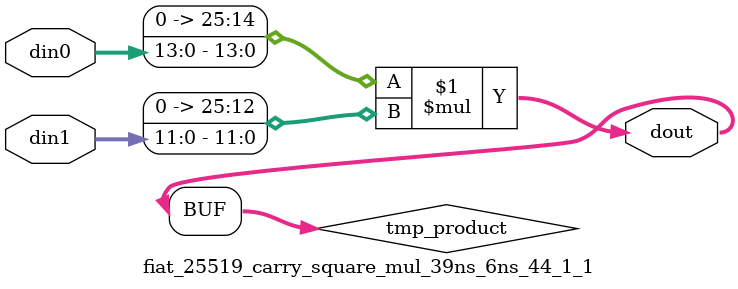
<source format=v>

`timescale 1 ns / 1 ps

  module fiat_25519_carry_square_mul_39ns_6ns_44_1_1(din0, din1, dout);
parameter ID = 1;
parameter NUM_STAGE = 0;
parameter din0_WIDTH = 14;
parameter din1_WIDTH = 12;
parameter dout_WIDTH = 26;

input [din0_WIDTH - 1 : 0] din0; 
input [din1_WIDTH - 1 : 0] din1; 
output [dout_WIDTH - 1 : 0] dout;

wire signed [dout_WIDTH - 1 : 0] tmp_product;










assign tmp_product = $signed({1'b0, din0}) * $signed({1'b0, din1});











assign dout = tmp_product;







endmodule

</source>
